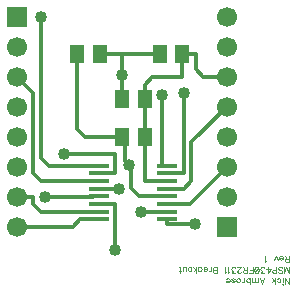
<source format=gtl>
G04 DipTrace 3.1.0.1*
G04 MSP430FR2311BreakOutv3.gtl*
%MOIN*%
G04 #@! TF.FileFunction,Copper,L1,Top*
G04 #@! TF.Part,Single*
G04 #@! TA.AperFunction,Conductor*
%ADD14C,0.012992*%
%ADD15R,0.051181X0.059055*%
G04 #@! TA.AperFunction,ComponentPad*
%ADD16R,0.066929X0.066929*%
%ADD17C,0.066929*%
%ADD18R,0.070866X0.015748*%
G04 #@! TA.AperFunction,ViaPad*
%ADD19C,0.04*%
%ADD34C,0.003088*%
%FSLAX26Y26*%
G04*
G70*
G90*
G75*
G01*
G04 Top*
%LPD*%
X1343278Y1107255D2*
D14*
X1264341D1*
X1238357Y1133239D1*
Y1182255D1*
X1193081D1*
X1068081Y907255D2*
Y760207D1*
X1143278D1*
X1068081Y1032255D2*
Y907255D1*
X1193081Y1182255D2*
Y1107255D1*
X1094066D1*
X1068081Y1081270D1*
Y1032255D1*
X1118278Y1182255D2*
X993278D1*
X918081D1*
X1343278Y1007255D2*
X1224184Y888160D1*
Y760601D1*
X1198199Y734617D1*
X1143278D1*
X993278Y1182255D2*
Y1112255D1*
Y1032255D1*
X843278Y1182255D2*
Y933243D1*
X869266Y907255D1*
X993278D1*
X1016121Y812770D2*
X1022845Y806046D1*
Y735010D1*
X1048829Y709026D1*
X1143278D1*
X993278Y907255D2*
X1002617D1*
Y826274D1*
X1016121Y812770D1*
X643278Y607255D2*
X828904D1*
X853904Y632255D1*
X914932D1*
X643278Y707255D2*
X696231D1*
Y683829D1*
X722215Y657845D1*
X914932D1*
X969853Y528318D2*
Y683436D1*
X914932D1*
X1237688Y617888D2*
X1143278D1*
Y632255D1*
X1055609Y656467D2*
X1123526D1*
X1124904Y657845D1*
X1143278D1*
X1343278Y807255D2*
X1219459Y683436D1*
X1143278D1*
X722215Y1307255D2*
Y837373D1*
X748199Y811388D1*
X914924D1*
X801192Y850877D2*
X969845D1*
Y785798D1*
X914932D1*
X643278Y1107255D2*
X696231Y1054302D1*
Y786192D1*
X722215Y760207D1*
X914932D1*
X983357Y733239D2*
X934684D1*
X933306Y734617D1*
X914932D1*
X735719Y707648D2*
X895180D1*
X896558Y709026D1*
X914932D1*
X1126664Y1046743D2*
Y811388D1*
X1143278D1*
X1198199Y1054306D2*
Y785798D1*
X1143278D1*
D19*
X993278Y1112255D3*
X1016121Y812770D3*
X969853Y528318D3*
X1237688Y617888D3*
X1055609Y656467D3*
X722215Y1307255D3*
X801192Y850877D3*
X983357Y733239D3*
X735719Y707648D3*
X1126664Y1046743D3*
X1198199Y1054306D3*
D15*
X1118278Y1182255D3*
X1193081D3*
X993278Y1032255D3*
X1068081D3*
X993278Y907255D3*
X1068081D3*
X843278Y1182255D3*
X918081D3*
D16*
X1343278Y607255D3*
D17*
Y707255D3*
Y807255D3*
Y907255D3*
Y1007255D3*
Y1107255D3*
Y1207255D3*
Y1307255D3*
D16*
X643278D3*
D17*
Y1207255D3*
Y1107255D3*
Y1007255D3*
Y907255D3*
Y807255D3*
Y707255D3*
Y607255D3*
D18*
X1143278Y632255D3*
Y657845D3*
Y683436D3*
Y709026D3*
Y734617D3*
Y760207D3*
Y785798D3*
Y811388D3*
X914924D3*
X914932Y785798D3*
Y760207D3*
Y734617D3*
Y709026D3*
Y683436D3*
Y657845D3*
Y632255D3*
X1535309Y415466D2*
D34*
Y435562D1*
X1548707Y415466D1*
Y435562D1*
X1529134Y415466D2*
X1528183Y416417D1*
X1527210Y415466D1*
X1528183Y414493D1*
X1529134Y415466D1*
X1528183Y422165D2*
Y435562D1*
X1509539Y425039D2*
X1511462Y423115D1*
X1513385Y422165D1*
X1516237D1*
X1518161Y423115D1*
X1520062Y425039D1*
X1521035Y427913D1*
Y429814D1*
X1520062Y432688D1*
X1518161Y434589D1*
X1516237Y435562D1*
X1513385D1*
X1511462Y434589D1*
X1509539Y432688D1*
X1503363Y415466D2*
Y435562D1*
X1493790Y422165D2*
X1503363Y431737D1*
X1499538Y427913D2*
X1492840Y435562D1*
X1451903D2*
X1459574Y415466D1*
X1467223Y435562D1*
X1464349Y428863D2*
X1454777D1*
X1445727Y422165D2*
Y435562D1*
Y425989D2*
X1442853Y423115D1*
X1440930Y422165D1*
X1438078D1*
X1436154Y423115D1*
X1435204Y425989D1*
Y435562D1*
Y425989D2*
X1432330Y423115D1*
X1430406Y422165D1*
X1427554D1*
X1425631Y423115D1*
X1424658Y425989D1*
Y435562D1*
X1418483Y415466D2*
Y435562D1*
Y425039D2*
X1416559Y423115D1*
X1414658Y422165D1*
X1411784D1*
X1409883Y423115D1*
X1407959Y425039D1*
X1407009Y427913D1*
Y429814D1*
X1407959Y432688D1*
X1409883Y434589D1*
X1411784Y435562D1*
X1414658D1*
X1416559Y434589D1*
X1418483Y432688D1*
X1400833Y422165D2*
Y435562D1*
Y427913D2*
X1399860Y425039D1*
X1397959Y423115D1*
X1396036Y422165D1*
X1393162D1*
X1382211D2*
X1384112Y423115D1*
X1386035Y425039D1*
X1386986Y427913D1*
Y429814D1*
X1386035Y432688D1*
X1384112Y434589D1*
X1382211Y435562D1*
X1379337D1*
X1377413Y434589D1*
X1375512Y432688D1*
X1374539Y429814D1*
Y427913D1*
X1375512Y425039D1*
X1377413Y423115D1*
X1379337Y422165D1*
X1382211D1*
X1357840Y425039D2*
X1358791Y423115D1*
X1361665Y422165D1*
X1364539D1*
X1367413Y423115D1*
X1368363Y425039D1*
X1367413Y426940D1*
X1365489Y427913D1*
X1360714Y428863D1*
X1358791Y429814D1*
X1357840Y431737D1*
Y432688D1*
X1358791Y434589D1*
X1361665Y435562D1*
X1364539D1*
X1367413Y434589D1*
X1368363Y432688D1*
X1351664Y427913D2*
X1340190D1*
Y425989D1*
X1341141Y424066D1*
X1342092Y423115D1*
X1344015Y422165D1*
X1346889D1*
X1348790Y423115D1*
X1350714Y425039D1*
X1351664Y427913D1*
Y429814D1*
X1350714Y432688D1*
X1348790Y434589D1*
X1346889Y435562D1*
X1344015D1*
X1342092Y434589D1*
X1340190Y432688D1*
X1548707Y500039D2*
X1540107D1*
X1537233Y499066D1*
X1536260Y498115D1*
X1535309Y496214D1*
Y494291D1*
X1536260Y492389D1*
X1537233Y491417D1*
X1540107Y490466D1*
X1548707D1*
Y510562D1*
X1542008Y500039D2*
X1535309Y510562D1*
X1529134Y502913D2*
X1517660D1*
Y500989D1*
X1518610Y499066D1*
X1519561Y498115D1*
X1521484Y497165D1*
X1524358D1*
X1526260Y498115D1*
X1528183Y500039D1*
X1529134Y502913D1*
Y504814D1*
X1528183Y507688D1*
X1526260Y509589D1*
X1524358Y510562D1*
X1521484D1*
X1519561Y509589D1*
X1517660Y507688D1*
X1511484Y497165D2*
X1505736Y510562D1*
X1500010Y497165D1*
X1474394Y494313D2*
X1472471Y493340D1*
X1469597Y490488D1*
Y510562D1*
X1533408Y473062D2*
Y452966D1*
X1541057Y473062D1*
X1548707Y452966D1*
Y473062D1*
X1513835Y455840D2*
X1515736Y453917D1*
X1518610Y452966D1*
X1522435D1*
X1525309Y453917D1*
X1527232Y455840D1*
Y457741D1*
X1526260Y459665D1*
X1525309Y460615D1*
X1523408Y461566D1*
X1517660Y463489D1*
X1515736Y464440D1*
X1514786Y465413D1*
X1513835Y467314D1*
Y470188D1*
X1515736Y472089D1*
X1518610Y473062D1*
X1522435D1*
X1525309Y472089D1*
X1527232Y470188D1*
X1507659Y463489D2*
X1499037D1*
X1496185Y462539D1*
X1495213Y461566D1*
X1494262Y459665D1*
Y456791D1*
X1495213Y454889D1*
X1496185Y453917D1*
X1499037Y452966D1*
X1507659D1*
Y473062D1*
X1478514D2*
Y452988D1*
X1488086Y466363D1*
X1473738D1*
X1465639Y452988D2*
X1455138D1*
X1460864Y460637D1*
X1457990D1*
X1456089Y461588D1*
X1455138Y462539D1*
X1454165Y465413D1*
Y467314D1*
X1455138Y470188D1*
X1457039Y472111D1*
X1459913Y473062D1*
X1462787D1*
X1465639Y472111D1*
X1466590Y471139D1*
X1467563Y469237D1*
X1442242Y452988D2*
X1445116Y453939D1*
X1447039Y456813D1*
X1447990Y461588D1*
Y464462D1*
X1447039Y469237D1*
X1445116Y472111D1*
X1442242Y473062D1*
X1440340D1*
X1437466Y472111D1*
X1435565Y469237D1*
X1434592Y464462D1*
Y461588D1*
X1435565Y456813D1*
X1437466Y453939D1*
X1440340Y452988D1*
X1442242D1*
X1435565Y456813D2*
X1447039Y469237D1*
X1415970Y452966D2*
X1428417D1*
Y473062D1*
Y462539D2*
X1420767D1*
X1409794D2*
X1401194D1*
X1398320Y461566D1*
X1397348Y460615D1*
X1396397Y458714D1*
Y456791D1*
X1397348Y454889D1*
X1398320Y453917D1*
X1401194Y452966D1*
X1409794D1*
Y473062D1*
X1403096Y462539D2*
X1396397Y473062D1*
X1389248Y457763D2*
Y456813D1*
X1388298Y454889D1*
X1387347Y453939D1*
X1385424Y452988D1*
X1381599D1*
X1379698Y453939D1*
X1378747Y454889D1*
X1377774Y456813D1*
Y458714D1*
X1378747Y460637D1*
X1380649Y463489D1*
X1390221Y473062D1*
X1376824D1*
X1368725Y452988D2*
X1358224D1*
X1363949Y460637D1*
X1361075D1*
X1359174Y461588D1*
X1358224Y462539D1*
X1357251Y465413D1*
Y467314D1*
X1358224Y470188D1*
X1360125Y472111D1*
X1362999Y473062D1*
X1365873D1*
X1368725Y472111D1*
X1369675Y471139D1*
X1370648Y469237D1*
X1351075Y456813D2*
X1349152Y455840D1*
X1346278Y452988D1*
Y473062D1*
X1340102Y456813D2*
X1338179Y455840D1*
X1335305Y452988D1*
Y473062D1*
X1309689Y452966D2*
Y473062D1*
X1301067D1*
X1298192Y472089D1*
X1297242Y471139D1*
X1296291Y469237D1*
Y466363D1*
X1297242Y464440D1*
X1298192Y463489D1*
X1301067Y462539D1*
X1298192Y461566D1*
X1297242Y460615D1*
X1296291Y458714D1*
Y456791D1*
X1297242Y454889D1*
X1298192Y453917D1*
X1301066Y452966D1*
X1309689D1*
Y462539D2*
X1301067D1*
X1290116Y459665D2*
Y473062D1*
Y465413D2*
X1289143Y462539D1*
X1287241Y460615D1*
X1285318Y459665D1*
X1282444D1*
X1276268Y465413D2*
X1264794D1*
Y463489D1*
X1265745Y461566D1*
X1266696Y460615D1*
X1268619Y459665D1*
X1271493D1*
X1273394Y460615D1*
X1275318Y462539D1*
X1276268Y465413D1*
Y467314D1*
X1275318Y470188D1*
X1273394Y472089D1*
X1271493Y473062D1*
X1268619D1*
X1266696Y472089D1*
X1264794Y470188D1*
X1247145Y459665D2*
Y473062D1*
Y462539D2*
X1249046Y460615D1*
X1250969Y459665D1*
X1253821D1*
X1255745Y460615D1*
X1257646Y462539D1*
X1258619Y465413D1*
Y467314D1*
X1257646Y470188D1*
X1255745Y472089D1*
X1253821Y473062D1*
X1250969D1*
X1249046Y472089D1*
X1247145Y470188D1*
X1240969Y452966D2*
Y473062D1*
X1231396Y459665D2*
X1240969Y469237D1*
X1237144Y465413D2*
X1230446Y473062D1*
X1219495Y459665D2*
X1221396Y460615D1*
X1223319Y462539D1*
X1224270Y465413D1*
Y467314D1*
X1223319Y470188D1*
X1221396Y472089D1*
X1219495Y473062D1*
X1216621D1*
X1214697Y472089D1*
X1212796Y470188D1*
X1211823Y467314D1*
Y465413D1*
X1212796Y462539D1*
X1214697Y460615D1*
X1216621Y459665D1*
X1219495D1*
X1205648D2*
Y469237D1*
X1204697Y472089D1*
X1202774Y473062D1*
X1199900D1*
X1197998Y472089D1*
X1195124Y469237D1*
Y459665D2*
Y473062D1*
X1186075Y452966D2*
Y469237D1*
X1185124Y472089D1*
X1183201Y473062D1*
X1181299D1*
X1188949Y459665D2*
X1182250D1*
M02*

</source>
